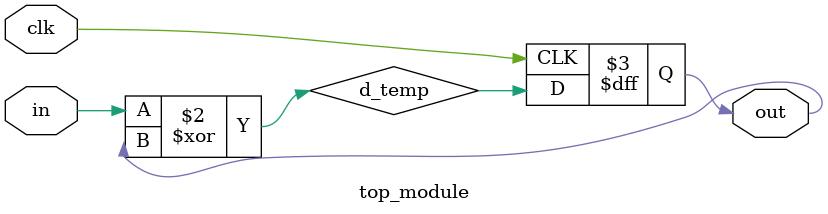
<source format=v>
module top_module (
    input clk,
    input in, 
    output reg out);
    wire d_temp;
always @(posedge clk ) begin
    out <= d_temp;
end

assign d_temp = in ^ out;
endmodule
</source>
